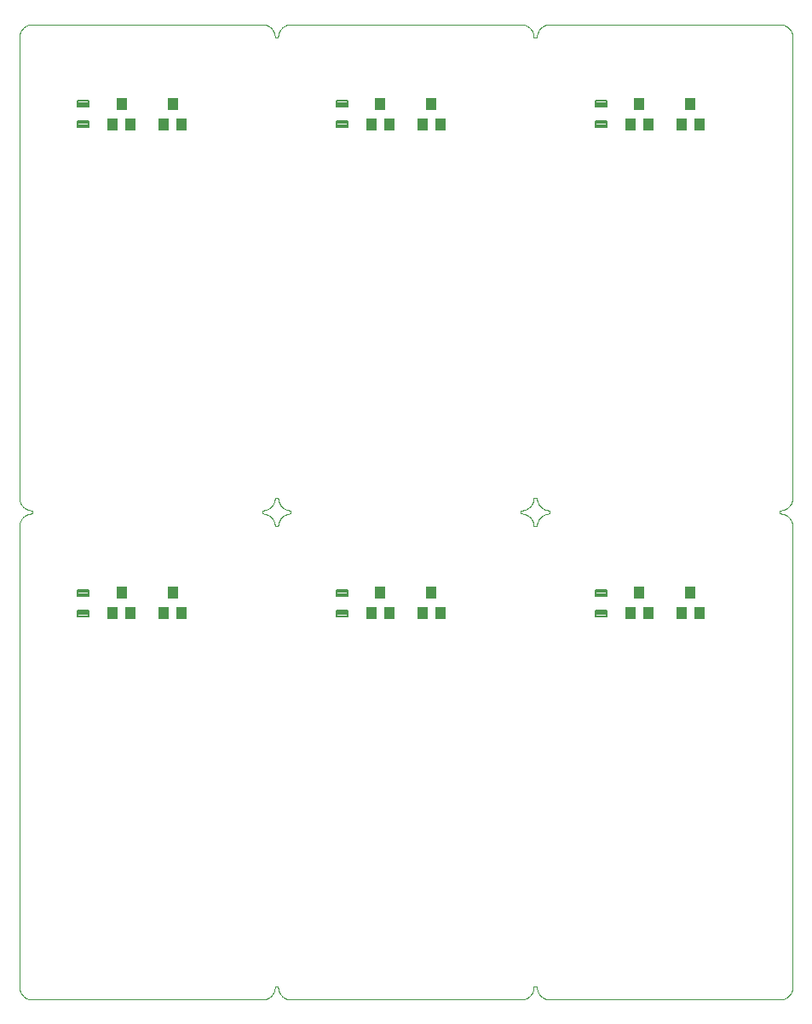
<source format=gtp>
G75*
%MOIN*%
%OFA0B0*%
%FSLAX25Y25*%
%IPPOS*%
%LPD*%
%AMOC8*
5,1,8,0,0,1.08239X$1,22.5*
%
%ADD10C,0.00000*%
%ADD11R,0.04000X0.04500*%
%ADD12C,0.00787*%
D10*
X0077595Y0048933D02*
X0077595Y0228933D01*
X0077597Y0229073D01*
X0077603Y0229213D01*
X0077613Y0229353D01*
X0077626Y0229493D01*
X0077644Y0229632D01*
X0077666Y0229771D01*
X0077691Y0229908D01*
X0077720Y0230046D01*
X0077753Y0230182D01*
X0077790Y0230317D01*
X0077831Y0230451D01*
X0077876Y0230584D01*
X0077924Y0230716D01*
X0077976Y0230846D01*
X0078031Y0230975D01*
X0078090Y0231102D01*
X0078153Y0231228D01*
X0078219Y0231352D01*
X0078288Y0231473D01*
X0078361Y0231593D01*
X0078438Y0231711D01*
X0078517Y0231826D01*
X0078600Y0231940D01*
X0078686Y0232050D01*
X0078775Y0232159D01*
X0078867Y0232265D01*
X0078962Y0232368D01*
X0079059Y0232469D01*
X0079160Y0232566D01*
X0079263Y0232661D01*
X0079369Y0232753D01*
X0079478Y0232842D01*
X0079588Y0232928D01*
X0079702Y0233011D01*
X0079817Y0233090D01*
X0079935Y0233167D01*
X0080055Y0233240D01*
X0080176Y0233309D01*
X0080300Y0233375D01*
X0080426Y0233438D01*
X0080553Y0233497D01*
X0080682Y0233552D01*
X0080812Y0233604D01*
X0080944Y0233652D01*
X0081077Y0233697D01*
X0081211Y0233738D01*
X0081346Y0233775D01*
X0081482Y0233808D01*
X0081620Y0233837D01*
X0081757Y0233862D01*
X0081896Y0233884D01*
X0082035Y0233902D01*
X0082175Y0233915D01*
X0082315Y0233925D01*
X0082455Y0233931D01*
X0082595Y0233933D01*
X0082595Y0235183D01*
X0082455Y0235185D01*
X0082315Y0235191D01*
X0082175Y0235201D01*
X0082035Y0235214D01*
X0081896Y0235232D01*
X0081757Y0235254D01*
X0081620Y0235279D01*
X0081482Y0235308D01*
X0081346Y0235341D01*
X0081211Y0235378D01*
X0081077Y0235419D01*
X0080944Y0235464D01*
X0080812Y0235512D01*
X0080682Y0235564D01*
X0080553Y0235619D01*
X0080426Y0235678D01*
X0080300Y0235741D01*
X0080176Y0235807D01*
X0080055Y0235876D01*
X0079935Y0235949D01*
X0079817Y0236026D01*
X0079702Y0236105D01*
X0079588Y0236188D01*
X0079478Y0236274D01*
X0079369Y0236363D01*
X0079263Y0236455D01*
X0079160Y0236550D01*
X0079059Y0236647D01*
X0078962Y0236748D01*
X0078867Y0236851D01*
X0078775Y0236957D01*
X0078686Y0237066D01*
X0078600Y0237176D01*
X0078517Y0237290D01*
X0078438Y0237405D01*
X0078361Y0237523D01*
X0078288Y0237643D01*
X0078219Y0237764D01*
X0078153Y0237888D01*
X0078090Y0238014D01*
X0078031Y0238141D01*
X0077976Y0238270D01*
X0077924Y0238400D01*
X0077876Y0238532D01*
X0077831Y0238665D01*
X0077790Y0238799D01*
X0077753Y0238934D01*
X0077720Y0239070D01*
X0077691Y0239208D01*
X0077666Y0239345D01*
X0077644Y0239484D01*
X0077626Y0239623D01*
X0077613Y0239763D01*
X0077603Y0239903D01*
X0077597Y0240043D01*
X0077595Y0240183D01*
X0077595Y0420183D01*
X0077597Y0420323D01*
X0077603Y0420463D01*
X0077613Y0420603D01*
X0077626Y0420743D01*
X0077644Y0420882D01*
X0077666Y0421021D01*
X0077691Y0421158D01*
X0077720Y0421296D01*
X0077753Y0421432D01*
X0077790Y0421567D01*
X0077831Y0421701D01*
X0077876Y0421834D01*
X0077924Y0421966D01*
X0077976Y0422096D01*
X0078031Y0422225D01*
X0078090Y0422352D01*
X0078153Y0422478D01*
X0078219Y0422602D01*
X0078288Y0422723D01*
X0078361Y0422843D01*
X0078438Y0422961D01*
X0078517Y0423076D01*
X0078600Y0423190D01*
X0078686Y0423300D01*
X0078775Y0423409D01*
X0078867Y0423515D01*
X0078962Y0423618D01*
X0079059Y0423719D01*
X0079160Y0423816D01*
X0079263Y0423911D01*
X0079369Y0424003D01*
X0079478Y0424092D01*
X0079588Y0424178D01*
X0079702Y0424261D01*
X0079817Y0424340D01*
X0079935Y0424417D01*
X0080055Y0424490D01*
X0080176Y0424559D01*
X0080300Y0424625D01*
X0080426Y0424688D01*
X0080553Y0424747D01*
X0080682Y0424802D01*
X0080812Y0424854D01*
X0080944Y0424902D01*
X0081077Y0424947D01*
X0081211Y0424988D01*
X0081346Y0425025D01*
X0081482Y0425058D01*
X0081620Y0425087D01*
X0081757Y0425112D01*
X0081896Y0425134D01*
X0082035Y0425152D01*
X0082175Y0425165D01*
X0082315Y0425175D01*
X0082455Y0425181D01*
X0082595Y0425183D01*
X0172595Y0425183D01*
X0172735Y0425181D01*
X0172875Y0425175D01*
X0173015Y0425165D01*
X0173155Y0425152D01*
X0173294Y0425134D01*
X0173433Y0425112D01*
X0173570Y0425087D01*
X0173708Y0425058D01*
X0173844Y0425025D01*
X0173979Y0424988D01*
X0174113Y0424947D01*
X0174246Y0424902D01*
X0174378Y0424854D01*
X0174508Y0424802D01*
X0174637Y0424747D01*
X0174764Y0424688D01*
X0174890Y0424625D01*
X0175014Y0424559D01*
X0175135Y0424490D01*
X0175255Y0424417D01*
X0175373Y0424340D01*
X0175488Y0424261D01*
X0175602Y0424178D01*
X0175712Y0424092D01*
X0175821Y0424003D01*
X0175927Y0423911D01*
X0176030Y0423816D01*
X0176131Y0423719D01*
X0176228Y0423618D01*
X0176323Y0423515D01*
X0176415Y0423409D01*
X0176504Y0423300D01*
X0176590Y0423190D01*
X0176673Y0423076D01*
X0176752Y0422961D01*
X0176829Y0422843D01*
X0176902Y0422723D01*
X0176971Y0422602D01*
X0177037Y0422478D01*
X0177100Y0422352D01*
X0177159Y0422225D01*
X0177214Y0422096D01*
X0177266Y0421966D01*
X0177314Y0421834D01*
X0177359Y0421701D01*
X0177400Y0421567D01*
X0177437Y0421432D01*
X0177470Y0421296D01*
X0177499Y0421158D01*
X0177524Y0421021D01*
X0177546Y0420882D01*
X0177564Y0420743D01*
X0177577Y0420603D01*
X0177587Y0420463D01*
X0177593Y0420323D01*
X0177595Y0420183D01*
X0178845Y0420183D01*
X0178847Y0420323D01*
X0178853Y0420463D01*
X0178863Y0420603D01*
X0178876Y0420743D01*
X0178894Y0420882D01*
X0178916Y0421021D01*
X0178941Y0421158D01*
X0178970Y0421296D01*
X0179003Y0421432D01*
X0179040Y0421567D01*
X0179081Y0421701D01*
X0179126Y0421834D01*
X0179174Y0421966D01*
X0179226Y0422096D01*
X0179281Y0422225D01*
X0179340Y0422352D01*
X0179403Y0422478D01*
X0179469Y0422602D01*
X0179538Y0422723D01*
X0179611Y0422843D01*
X0179688Y0422961D01*
X0179767Y0423076D01*
X0179850Y0423190D01*
X0179936Y0423300D01*
X0180025Y0423409D01*
X0180117Y0423515D01*
X0180212Y0423618D01*
X0180309Y0423719D01*
X0180410Y0423816D01*
X0180513Y0423911D01*
X0180619Y0424003D01*
X0180728Y0424092D01*
X0180838Y0424178D01*
X0180952Y0424261D01*
X0181067Y0424340D01*
X0181185Y0424417D01*
X0181305Y0424490D01*
X0181426Y0424559D01*
X0181550Y0424625D01*
X0181676Y0424688D01*
X0181803Y0424747D01*
X0181932Y0424802D01*
X0182062Y0424854D01*
X0182194Y0424902D01*
X0182327Y0424947D01*
X0182461Y0424988D01*
X0182596Y0425025D01*
X0182732Y0425058D01*
X0182870Y0425087D01*
X0183007Y0425112D01*
X0183146Y0425134D01*
X0183285Y0425152D01*
X0183425Y0425165D01*
X0183565Y0425175D01*
X0183705Y0425181D01*
X0183845Y0425183D01*
X0273845Y0425183D01*
X0273985Y0425181D01*
X0274125Y0425175D01*
X0274265Y0425165D01*
X0274405Y0425152D01*
X0274544Y0425134D01*
X0274683Y0425112D01*
X0274820Y0425087D01*
X0274958Y0425058D01*
X0275094Y0425025D01*
X0275229Y0424988D01*
X0275363Y0424947D01*
X0275496Y0424902D01*
X0275628Y0424854D01*
X0275758Y0424802D01*
X0275887Y0424747D01*
X0276014Y0424688D01*
X0276140Y0424625D01*
X0276264Y0424559D01*
X0276385Y0424490D01*
X0276505Y0424417D01*
X0276623Y0424340D01*
X0276738Y0424261D01*
X0276852Y0424178D01*
X0276962Y0424092D01*
X0277071Y0424003D01*
X0277177Y0423911D01*
X0277280Y0423816D01*
X0277381Y0423719D01*
X0277478Y0423618D01*
X0277573Y0423515D01*
X0277665Y0423409D01*
X0277754Y0423300D01*
X0277840Y0423190D01*
X0277923Y0423076D01*
X0278002Y0422961D01*
X0278079Y0422843D01*
X0278152Y0422723D01*
X0278221Y0422602D01*
X0278287Y0422478D01*
X0278350Y0422352D01*
X0278409Y0422225D01*
X0278464Y0422096D01*
X0278516Y0421966D01*
X0278564Y0421834D01*
X0278609Y0421701D01*
X0278650Y0421567D01*
X0278687Y0421432D01*
X0278720Y0421296D01*
X0278749Y0421158D01*
X0278774Y0421021D01*
X0278796Y0420882D01*
X0278814Y0420743D01*
X0278827Y0420603D01*
X0278837Y0420463D01*
X0278843Y0420323D01*
X0278845Y0420183D01*
X0280095Y0420183D01*
X0280097Y0420323D01*
X0280103Y0420463D01*
X0280113Y0420603D01*
X0280126Y0420743D01*
X0280144Y0420882D01*
X0280166Y0421021D01*
X0280191Y0421158D01*
X0280220Y0421296D01*
X0280253Y0421432D01*
X0280290Y0421567D01*
X0280331Y0421701D01*
X0280376Y0421834D01*
X0280424Y0421966D01*
X0280476Y0422096D01*
X0280531Y0422225D01*
X0280590Y0422352D01*
X0280653Y0422478D01*
X0280719Y0422602D01*
X0280788Y0422723D01*
X0280861Y0422843D01*
X0280938Y0422961D01*
X0281017Y0423076D01*
X0281100Y0423190D01*
X0281186Y0423300D01*
X0281275Y0423409D01*
X0281367Y0423515D01*
X0281462Y0423618D01*
X0281559Y0423719D01*
X0281660Y0423816D01*
X0281763Y0423911D01*
X0281869Y0424003D01*
X0281978Y0424092D01*
X0282088Y0424178D01*
X0282202Y0424261D01*
X0282317Y0424340D01*
X0282435Y0424417D01*
X0282555Y0424490D01*
X0282676Y0424559D01*
X0282800Y0424625D01*
X0282926Y0424688D01*
X0283053Y0424747D01*
X0283182Y0424802D01*
X0283312Y0424854D01*
X0283444Y0424902D01*
X0283577Y0424947D01*
X0283711Y0424988D01*
X0283846Y0425025D01*
X0283982Y0425058D01*
X0284120Y0425087D01*
X0284257Y0425112D01*
X0284396Y0425134D01*
X0284535Y0425152D01*
X0284675Y0425165D01*
X0284815Y0425175D01*
X0284955Y0425181D01*
X0285095Y0425183D01*
X0375095Y0425183D01*
X0375235Y0425181D01*
X0375375Y0425175D01*
X0375515Y0425165D01*
X0375655Y0425152D01*
X0375794Y0425134D01*
X0375933Y0425112D01*
X0376070Y0425087D01*
X0376208Y0425058D01*
X0376344Y0425025D01*
X0376479Y0424988D01*
X0376613Y0424947D01*
X0376746Y0424902D01*
X0376878Y0424854D01*
X0377008Y0424802D01*
X0377137Y0424747D01*
X0377264Y0424688D01*
X0377390Y0424625D01*
X0377514Y0424559D01*
X0377635Y0424490D01*
X0377755Y0424417D01*
X0377873Y0424340D01*
X0377988Y0424261D01*
X0378102Y0424178D01*
X0378212Y0424092D01*
X0378321Y0424003D01*
X0378427Y0423911D01*
X0378530Y0423816D01*
X0378631Y0423719D01*
X0378728Y0423618D01*
X0378823Y0423515D01*
X0378915Y0423409D01*
X0379004Y0423300D01*
X0379090Y0423190D01*
X0379173Y0423076D01*
X0379252Y0422961D01*
X0379329Y0422843D01*
X0379402Y0422723D01*
X0379471Y0422602D01*
X0379537Y0422478D01*
X0379600Y0422352D01*
X0379659Y0422225D01*
X0379714Y0422096D01*
X0379766Y0421966D01*
X0379814Y0421834D01*
X0379859Y0421701D01*
X0379900Y0421567D01*
X0379937Y0421432D01*
X0379970Y0421296D01*
X0379999Y0421158D01*
X0380024Y0421021D01*
X0380046Y0420882D01*
X0380064Y0420743D01*
X0380077Y0420603D01*
X0380087Y0420463D01*
X0380093Y0420323D01*
X0380095Y0420183D01*
X0380095Y0240183D01*
X0380093Y0240043D01*
X0380087Y0239903D01*
X0380077Y0239763D01*
X0380064Y0239623D01*
X0380046Y0239484D01*
X0380024Y0239345D01*
X0379999Y0239208D01*
X0379970Y0239070D01*
X0379937Y0238934D01*
X0379900Y0238799D01*
X0379859Y0238665D01*
X0379814Y0238532D01*
X0379766Y0238400D01*
X0379714Y0238270D01*
X0379659Y0238141D01*
X0379600Y0238014D01*
X0379537Y0237888D01*
X0379471Y0237764D01*
X0379402Y0237643D01*
X0379329Y0237523D01*
X0379252Y0237405D01*
X0379173Y0237290D01*
X0379090Y0237176D01*
X0379004Y0237066D01*
X0378915Y0236957D01*
X0378823Y0236851D01*
X0378728Y0236748D01*
X0378631Y0236647D01*
X0378530Y0236550D01*
X0378427Y0236455D01*
X0378321Y0236363D01*
X0378212Y0236274D01*
X0378102Y0236188D01*
X0377988Y0236105D01*
X0377873Y0236026D01*
X0377755Y0235949D01*
X0377635Y0235876D01*
X0377514Y0235807D01*
X0377390Y0235741D01*
X0377264Y0235678D01*
X0377137Y0235619D01*
X0377008Y0235564D01*
X0376878Y0235512D01*
X0376746Y0235464D01*
X0376613Y0235419D01*
X0376479Y0235378D01*
X0376344Y0235341D01*
X0376208Y0235308D01*
X0376070Y0235279D01*
X0375933Y0235254D01*
X0375794Y0235232D01*
X0375655Y0235214D01*
X0375515Y0235201D01*
X0375375Y0235191D01*
X0375235Y0235185D01*
X0375095Y0235183D01*
X0375095Y0233933D01*
X0375235Y0233931D01*
X0375375Y0233925D01*
X0375515Y0233915D01*
X0375655Y0233902D01*
X0375794Y0233884D01*
X0375933Y0233862D01*
X0376070Y0233837D01*
X0376208Y0233808D01*
X0376344Y0233775D01*
X0376479Y0233738D01*
X0376613Y0233697D01*
X0376746Y0233652D01*
X0376878Y0233604D01*
X0377008Y0233552D01*
X0377137Y0233497D01*
X0377264Y0233438D01*
X0377390Y0233375D01*
X0377514Y0233309D01*
X0377635Y0233240D01*
X0377755Y0233167D01*
X0377873Y0233090D01*
X0377988Y0233011D01*
X0378102Y0232928D01*
X0378212Y0232842D01*
X0378321Y0232753D01*
X0378427Y0232661D01*
X0378530Y0232566D01*
X0378631Y0232469D01*
X0378728Y0232368D01*
X0378823Y0232265D01*
X0378915Y0232159D01*
X0379004Y0232050D01*
X0379090Y0231940D01*
X0379173Y0231826D01*
X0379252Y0231711D01*
X0379329Y0231593D01*
X0379402Y0231473D01*
X0379471Y0231352D01*
X0379537Y0231228D01*
X0379600Y0231102D01*
X0379659Y0230975D01*
X0379714Y0230846D01*
X0379766Y0230716D01*
X0379814Y0230584D01*
X0379859Y0230451D01*
X0379900Y0230317D01*
X0379937Y0230182D01*
X0379970Y0230046D01*
X0379999Y0229908D01*
X0380024Y0229771D01*
X0380046Y0229632D01*
X0380064Y0229493D01*
X0380077Y0229353D01*
X0380087Y0229213D01*
X0380093Y0229073D01*
X0380095Y0228933D01*
X0380095Y0048933D01*
X0380093Y0048793D01*
X0380087Y0048653D01*
X0380077Y0048513D01*
X0380064Y0048373D01*
X0380046Y0048234D01*
X0380024Y0048095D01*
X0379999Y0047958D01*
X0379970Y0047820D01*
X0379937Y0047684D01*
X0379900Y0047549D01*
X0379859Y0047415D01*
X0379814Y0047282D01*
X0379766Y0047150D01*
X0379714Y0047020D01*
X0379659Y0046891D01*
X0379600Y0046764D01*
X0379537Y0046638D01*
X0379471Y0046514D01*
X0379402Y0046393D01*
X0379329Y0046273D01*
X0379252Y0046155D01*
X0379173Y0046040D01*
X0379090Y0045926D01*
X0379004Y0045816D01*
X0378915Y0045707D01*
X0378823Y0045601D01*
X0378728Y0045498D01*
X0378631Y0045397D01*
X0378530Y0045300D01*
X0378427Y0045205D01*
X0378321Y0045113D01*
X0378212Y0045024D01*
X0378102Y0044938D01*
X0377988Y0044855D01*
X0377873Y0044776D01*
X0377755Y0044699D01*
X0377635Y0044626D01*
X0377514Y0044557D01*
X0377390Y0044491D01*
X0377264Y0044428D01*
X0377137Y0044369D01*
X0377008Y0044314D01*
X0376878Y0044262D01*
X0376746Y0044214D01*
X0376613Y0044169D01*
X0376479Y0044128D01*
X0376344Y0044091D01*
X0376208Y0044058D01*
X0376070Y0044029D01*
X0375933Y0044004D01*
X0375794Y0043982D01*
X0375655Y0043964D01*
X0375515Y0043951D01*
X0375375Y0043941D01*
X0375235Y0043935D01*
X0375095Y0043933D01*
X0285095Y0043933D01*
X0284955Y0043935D01*
X0284815Y0043941D01*
X0284675Y0043951D01*
X0284535Y0043964D01*
X0284396Y0043982D01*
X0284257Y0044004D01*
X0284120Y0044029D01*
X0283982Y0044058D01*
X0283846Y0044091D01*
X0283711Y0044128D01*
X0283577Y0044169D01*
X0283444Y0044214D01*
X0283312Y0044262D01*
X0283182Y0044314D01*
X0283053Y0044369D01*
X0282926Y0044428D01*
X0282800Y0044491D01*
X0282676Y0044557D01*
X0282555Y0044626D01*
X0282435Y0044699D01*
X0282317Y0044776D01*
X0282202Y0044855D01*
X0282088Y0044938D01*
X0281978Y0045024D01*
X0281869Y0045113D01*
X0281763Y0045205D01*
X0281660Y0045300D01*
X0281559Y0045397D01*
X0281462Y0045498D01*
X0281367Y0045601D01*
X0281275Y0045707D01*
X0281186Y0045816D01*
X0281100Y0045926D01*
X0281017Y0046040D01*
X0280938Y0046155D01*
X0280861Y0046273D01*
X0280788Y0046393D01*
X0280719Y0046514D01*
X0280653Y0046638D01*
X0280590Y0046764D01*
X0280531Y0046891D01*
X0280476Y0047020D01*
X0280424Y0047150D01*
X0280376Y0047282D01*
X0280331Y0047415D01*
X0280290Y0047549D01*
X0280253Y0047684D01*
X0280220Y0047820D01*
X0280191Y0047958D01*
X0280166Y0048095D01*
X0280144Y0048234D01*
X0280126Y0048373D01*
X0280113Y0048513D01*
X0280103Y0048653D01*
X0280097Y0048793D01*
X0280095Y0048933D01*
X0278845Y0048933D01*
X0278843Y0048793D01*
X0278837Y0048653D01*
X0278827Y0048513D01*
X0278814Y0048373D01*
X0278796Y0048234D01*
X0278774Y0048095D01*
X0278749Y0047958D01*
X0278720Y0047820D01*
X0278687Y0047684D01*
X0278650Y0047549D01*
X0278609Y0047415D01*
X0278564Y0047282D01*
X0278516Y0047150D01*
X0278464Y0047020D01*
X0278409Y0046891D01*
X0278350Y0046764D01*
X0278287Y0046638D01*
X0278221Y0046514D01*
X0278152Y0046393D01*
X0278079Y0046273D01*
X0278002Y0046155D01*
X0277923Y0046040D01*
X0277840Y0045926D01*
X0277754Y0045816D01*
X0277665Y0045707D01*
X0277573Y0045601D01*
X0277478Y0045498D01*
X0277381Y0045397D01*
X0277280Y0045300D01*
X0277177Y0045205D01*
X0277071Y0045113D01*
X0276962Y0045024D01*
X0276852Y0044938D01*
X0276738Y0044855D01*
X0276623Y0044776D01*
X0276505Y0044699D01*
X0276385Y0044626D01*
X0276264Y0044557D01*
X0276140Y0044491D01*
X0276014Y0044428D01*
X0275887Y0044369D01*
X0275758Y0044314D01*
X0275628Y0044262D01*
X0275496Y0044214D01*
X0275363Y0044169D01*
X0275229Y0044128D01*
X0275094Y0044091D01*
X0274958Y0044058D01*
X0274820Y0044029D01*
X0274683Y0044004D01*
X0274544Y0043982D01*
X0274405Y0043964D01*
X0274265Y0043951D01*
X0274125Y0043941D01*
X0273985Y0043935D01*
X0273845Y0043933D01*
X0183845Y0043933D01*
X0183705Y0043935D01*
X0183565Y0043941D01*
X0183425Y0043951D01*
X0183285Y0043964D01*
X0183146Y0043982D01*
X0183007Y0044004D01*
X0182870Y0044029D01*
X0182732Y0044058D01*
X0182596Y0044091D01*
X0182461Y0044128D01*
X0182327Y0044169D01*
X0182194Y0044214D01*
X0182062Y0044262D01*
X0181932Y0044314D01*
X0181803Y0044369D01*
X0181676Y0044428D01*
X0181550Y0044491D01*
X0181426Y0044557D01*
X0181305Y0044626D01*
X0181185Y0044699D01*
X0181067Y0044776D01*
X0180952Y0044855D01*
X0180838Y0044938D01*
X0180728Y0045024D01*
X0180619Y0045113D01*
X0180513Y0045205D01*
X0180410Y0045300D01*
X0180309Y0045397D01*
X0180212Y0045498D01*
X0180117Y0045601D01*
X0180025Y0045707D01*
X0179936Y0045816D01*
X0179850Y0045926D01*
X0179767Y0046040D01*
X0179688Y0046155D01*
X0179611Y0046273D01*
X0179538Y0046393D01*
X0179469Y0046514D01*
X0179403Y0046638D01*
X0179340Y0046764D01*
X0179281Y0046891D01*
X0179226Y0047020D01*
X0179174Y0047150D01*
X0179126Y0047282D01*
X0179081Y0047415D01*
X0179040Y0047549D01*
X0179003Y0047684D01*
X0178970Y0047820D01*
X0178941Y0047958D01*
X0178916Y0048095D01*
X0178894Y0048234D01*
X0178876Y0048373D01*
X0178863Y0048513D01*
X0178853Y0048653D01*
X0178847Y0048793D01*
X0178845Y0048933D01*
X0177595Y0048933D01*
X0177593Y0048793D01*
X0177587Y0048653D01*
X0177577Y0048513D01*
X0177564Y0048373D01*
X0177546Y0048234D01*
X0177524Y0048095D01*
X0177499Y0047958D01*
X0177470Y0047820D01*
X0177437Y0047684D01*
X0177400Y0047549D01*
X0177359Y0047415D01*
X0177314Y0047282D01*
X0177266Y0047150D01*
X0177214Y0047020D01*
X0177159Y0046891D01*
X0177100Y0046764D01*
X0177037Y0046638D01*
X0176971Y0046514D01*
X0176902Y0046393D01*
X0176829Y0046273D01*
X0176752Y0046155D01*
X0176673Y0046040D01*
X0176590Y0045926D01*
X0176504Y0045816D01*
X0176415Y0045707D01*
X0176323Y0045601D01*
X0176228Y0045498D01*
X0176131Y0045397D01*
X0176030Y0045300D01*
X0175927Y0045205D01*
X0175821Y0045113D01*
X0175712Y0045024D01*
X0175602Y0044938D01*
X0175488Y0044855D01*
X0175373Y0044776D01*
X0175255Y0044699D01*
X0175135Y0044626D01*
X0175014Y0044557D01*
X0174890Y0044491D01*
X0174764Y0044428D01*
X0174637Y0044369D01*
X0174508Y0044314D01*
X0174378Y0044262D01*
X0174246Y0044214D01*
X0174113Y0044169D01*
X0173979Y0044128D01*
X0173844Y0044091D01*
X0173708Y0044058D01*
X0173570Y0044029D01*
X0173433Y0044004D01*
X0173294Y0043982D01*
X0173155Y0043964D01*
X0173015Y0043951D01*
X0172875Y0043941D01*
X0172735Y0043935D01*
X0172595Y0043933D01*
X0082595Y0043933D01*
X0082455Y0043935D01*
X0082315Y0043941D01*
X0082175Y0043951D01*
X0082035Y0043964D01*
X0081896Y0043982D01*
X0081757Y0044004D01*
X0081620Y0044029D01*
X0081482Y0044058D01*
X0081346Y0044091D01*
X0081211Y0044128D01*
X0081077Y0044169D01*
X0080944Y0044214D01*
X0080812Y0044262D01*
X0080682Y0044314D01*
X0080553Y0044369D01*
X0080426Y0044428D01*
X0080300Y0044491D01*
X0080176Y0044557D01*
X0080055Y0044626D01*
X0079935Y0044699D01*
X0079817Y0044776D01*
X0079702Y0044855D01*
X0079588Y0044938D01*
X0079478Y0045024D01*
X0079369Y0045113D01*
X0079263Y0045205D01*
X0079160Y0045300D01*
X0079059Y0045397D01*
X0078962Y0045498D01*
X0078867Y0045601D01*
X0078775Y0045707D01*
X0078686Y0045816D01*
X0078600Y0045926D01*
X0078517Y0046040D01*
X0078438Y0046155D01*
X0078361Y0046273D01*
X0078288Y0046393D01*
X0078219Y0046514D01*
X0078153Y0046638D01*
X0078090Y0046764D01*
X0078031Y0046891D01*
X0077976Y0047020D01*
X0077924Y0047150D01*
X0077876Y0047282D01*
X0077831Y0047415D01*
X0077790Y0047549D01*
X0077753Y0047684D01*
X0077720Y0047820D01*
X0077691Y0047958D01*
X0077666Y0048095D01*
X0077644Y0048234D01*
X0077626Y0048373D01*
X0077613Y0048513D01*
X0077603Y0048653D01*
X0077597Y0048793D01*
X0077595Y0048933D01*
X0177595Y0228933D02*
X0177593Y0229073D01*
X0177587Y0229213D01*
X0177577Y0229353D01*
X0177564Y0229493D01*
X0177546Y0229632D01*
X0177524Y0229771D01*
X0177499Y0229908D01*
X0177470Y0230046D01*
X0177437Y0230182D01*
X0177400Y0230317D01*
X0177359Y0230451D01*
X0177314Y0230584D01*
X0177266Y0230716D01*
X0177214Y0230846D01*
X0177159Y0230975D01*
X0177100Y0231102D01*
X0177037Y0231228D01*
X0176971Y0231352D01*
X0176902Y0231473D01*
X0176829Y0231593D01*
X0176752Y0231711D01*
X0176673Y0231826D01*
X0176590Y0231940D01*
X0176504Y0232050D01*
X0176415Y0232159D01*
X0176323Y0232265D01*
X0176228Y0232368D01*
X0176131Y0232469D01*
X0176030Y0232566D01*
X0175927Y0232661D01*
X0175821Y0232753D01*
X0175712Y0232842D01*
X0175602Y0232928D01*
X0175488Y0233011D01*
X0175373Y0233090D01*
X0175255Y0233167D01*
X0175135Y0233240D01*
X0175014Y0233309D01*
X0174890Y0233375D01*
X0174764Y0233438D01*
X0174637Y0233497D01*
X0174508Y0233552D01*
X0174378Y0233604D01*
X0174246Y0233652D01*
X0174113Y0233697D01*
X0173979Y0233738D01*
X0173844Y0233775D01*
X0173708Y0233808D01*
X0173570Y0233837D01*
X0173433Y0233862D01*
X0173294Y0233884D01*
X0173155Y0233902D01*
X0173015Y0233915D01*
X0172875Y0233925D01*
X0172735Y0233931D01*
X0172595Y0233933D01*
X0172595Y0235183D01*
X0172735Y0235185D01*
X0172875Y0235191D01*
X0173015Y0235201D01*
X0173155Y0235214D01*
X0173294Y0235232D01*
X0173433Y0235254D01*
X0173570Y0235279D01*
X0173708Y0235308D01*
X0173844Y0235341D01*
X0173979Y0235378D01*
X0174113Y0235419D01*
X0174246Y0235464D01*
X0174378Y0235512D01*
X0174508Y0235564D01*
X0174637Y0235619D01*
X0174764Y0235678D01*
X0174890Y0235741D01*
X0175014Y0235807D01*
X0175135Y0235876D01*
X0175255Y0235949D01*
X0175373Y0236026D01*
X0175488Y0236105D01*
X0175602Y0236188D01*
X0175712Y0236274D01*
X0175821Y0236363D01*
X0175927Y0236455D01*
X0176030Y0236550D01*
X0176131Y0236647D01*
X0176228Y0236748D01*
X0176323Y0236851D01*
X0176415Y0236957D01*
X0176504Y0237066D01*
X0176590Y0237176D01*
X0176673Y0237290D01*
X0176752Y0237405D01*
X0176829Y0237523D01*
X0176902Y0237643D01*
X0176971Y0237764D01*
X0177037Y0237888D01*
X0177100Y0238014D01*
X0177159Y0238141D01*
X0177214Y0238270D01*
X0177266Y0238400D01*
X0177314Y0238532D01*
X0177359Y0238665D01*
X0177400Y0238799D01*
X0177437Y0238934D01*
X0177470Y0239070D01*
X0177499Y0239208D01*
X0177524Y0239345D01*
X0177546Y0239484D01*
X0177564Y0239623D01*
X0177577Y0239763D01*
X0177587Y0239903D01*
X0177593Y0240043D01*
X0177595Y0240183D01*
X0178845Y0240183D01*
X0178847Y0240043D01*
X0178853Y0239903D01*
X0178863Y0239763D01*
X0178876Y0239623D01*
X0178894Y0239484D01*
X0178916Y0239345D01*
X0178941Y0239208D01*
X0178970Y0239070D01*
X0179003Y0238934D01*
X0179040Y0238799D01*
X0179081Y0238665D01*
X0179126Y0238532D01*
X0179174Y0238400D01*
X0179226Y0238270D01*
X0179281Y0238141D01*
X0179340Y0238014D01*
X0179403Y0237888D01*
X0179469Y0237764D01*
X0179538Y0237643D01*
X0179611Y0237523D01*
X0179688Y0237405D01*
X0179767Y0237290D01*
X0179850Y0237176D01*
X0179936Y0237066D01*
X0180025Y0236957D01*
X0180117Y0236851D01*
X0180212Y0236748D01*
X0180309Y0236647D01*
X0180410Y0236550D01*
X0180513Y0236455D01*
X0180619Y0236363D01*
X0180728Y0236274D01*
X0180838Y0236188D01*
X0180952Y0236105D01*
X0181067Y0236026D01*
X0181185Y0235949D01*
X0181305Y0235876D01*
X0181426Y0235807D01*
X0181550Y0235741D01*
X0181676Y0235678D01*
X0181803Y0235619D01*
X0181932Y0235564D01*
X0182062Y0235512D01*
X0182194Y0235464D01*
X0182327Y0235419D01*
X0182461Y0235378D01*
X0182596Y0235341D01*
X0182732Y0235308D01*
X0182870Y0235279D01*
X0183007Y0235254D01*
X0183146Y0235232D01*
X0183285Y0235214D01*
X0183425Y0235201D01*
X0183565Y0235191D01*
X0183705Y0235185D01*
X0183845Y0235183D01*
X0183845Y0233933D01*
X0183705Y0233931D01*
X0183565Y0233925D01*
X0183425Y0233915D01*
X0183285Y0233902D01*
X0183146Y0233884D01*
X0183007Y0233862D01*
X0182870Y0233837D01*
X0182732Y0233808D01*
X0182596Y0233775D01*
X0182461Y0233738D01*
X0182327Y0233697D01*
X0182194Y0233652D01*
X0182062Y0233604D01*
X0181932Y0233552D01*
X0181803Y0233497D01*
X0181676Y0233438D01*
X0181550Y0233375D01*
X0181426Y0233309D01*
X0181305Y0233240D01*
X0181185Y0233167D01*
X0181067Y0233090D01*
X0180952Y0233011D01*
X0180838Y0232928D01*
X0180728Y0232842D01*
X0180619Y0232753D01*
X0180513Y0232661D01*
X0180410Y0232566D01*
X0180309Y0232469D01*
X0180212Y0232368D01*
X0180117Y0232265D01*
X0180025Y0232159D01*
X0179936Y0232050D01*
X0179850Y0231940D01*
X0179767Y0231826D01*
X0179688Y0231711D01*
X0179611Y0231593D01*
X0179538Y0231473D01*
X0179469Y0231352D01*
X0179403Y0231228D01*
X0179340Y0231102D01*
X0179281Y0230975D01*
X0179226Y0230846D01*
X0179174Y0230716D01*
X0179126Y0230584D01*
X0179081Y0230451D01*
X0179040Y0230317D01*
X0179003Y0230182D01*
X0178970Y0230046D01*
X0178941Y0229908D01*
X0178916Y0229771D01*
X0178894Y0229632D01*
X0178876Y0229493D01*
X0178863Y0229353D01*
X0178853Y0229213D01*
X0178847Y0229073D01*
X0178845Y0228933D01*
X0177595Y0228933D01*
X0273845Y0233933D02*
X0273985Y0233931D01*
X0274125Y0233925D01*
X0274265Y0233915D01*
X0274405Y0233902D01*
X0274544Y0233884D01*
X0274683Y0233862D01*
X0274820Y0233837D01*
X0274958Y0233808D01*
X0275094Y0233775D01*
X0275229Y0233738D01*
X0275363Y0233697D01*
X0275496Y0233652D01*
X0275628Y0233604D01*
X0275758Y0233552D01*
X0275887Y0233497D01*
X0276014Y0233438D01*
X0276140Y0233375D01*
X0276264Y0233309D01*
X0276385Y0233240D01*
X0276505Y0233167D01*
X0276623Y0233090D01*
X0276738Y0233011D01*
X0276852Y0232928D01*
X0276962Y0232842D01*
X0277071Y0232753D01*
X0277177Y0232661D01*
X0277280Y0232566D01*
X0277381Y0232469D01*
X0277478Y0232368D01*
X0277573Y0232265D01*
X0277665Y0232159D01*
X0277754Y0232050D01*
X0277840Y0231940D01*
X0277923Y0231826D01*
X0278002Y0231711D01*
X0278079Y0231593D01*
X0278152Y0231473D01*
X0278221Y0231352D01*
X0278287Y0231228D01*
X0278350Y0231102D01*
X0278409Y0230975D01*
X0278464Y0230846D01*
X0278516Y0230716D01*
X0278564Y0230584D01*
X0278609Y0230451D01*
X0278650Y0230317D01*
X0278687Y0230182D01*
X0278720Y0230046D01*
X0278749Y0229908D01*
X0278774Y0229771D01*
X0278796Y0229632D01*
X0278814Y0229493D01*
X0278827Y0229353D01*
X0278837Y0229213D01*
X0278843Y0229073D01*
X0278845Y0228933D01*
X0280095Y0228933D01*
X0280097Y0229073D01*
X0280103Y0229213D01*
X0280113Y0229353D01*
X0280126Y0229493D01*
X0280144Y0229632D01*
X0280166Y0229771D01*
X0280191Y0229908D01*
X0280220Y0230046D01*
X0280253Y0230182D01*
X0280290Y0230317D01*
X0280331Y0230451D01*
X0280376Y0230584D01*
X0280424Y0230716D01*
X0280476Y0230846D01*
X0280531Y0230975D01*
X0280590Y0231102D01*
X0280653Y0231228D01*
X0280719Y0231352D01*
X0280788Y0231473D01*
X0280861Y0231593D01*
X0280938Y0231711D01*
X0281017Y0231826D01*
X0281100Y0231940D01*
X0281186Y0232050D01*
X0281275Y0232159D01*
X0281367Y0232265D01*
X0281462Y0232368D01*
X0281559Y0232469D01*
X0281660Y0232566D01*
X0281763Y0232661D01*
X0281869Y0232753D01*
X0281978Y0232842D01*
X0282088Y0232928D01*
X0282202Y0233011D01*
X0282317Y0233090D01*
X0282435Y0233167D01*
X0282555Y0233240D01*
X0282676Y0233309D01*
X0282800Y0233375D01*
X0282926Y0233438D01*
X0283053Y0233497D01*
X0283182Y0233552D01*
X0283312Y0233604D01*
X0283444Y0233652D01*
X0283577Y0233697D01*
X0283711Y0233738D01*
X0283846Y0233775D01*
X0283982Y0233808D01*
X0284120Y0233837D01*
X0284257Y0233862D01*
X0284396Y0233884D01*
X0284535Y0233902D01*
X0284675Y0233915D01*
X0284815Y0233925D01*
X0284955Y0233931D01*
X0285095Y0233933D01*
X0285095Y0235183D01*
X0284955Y0235185D01*
X0284815Y0235191D01*
X0284675Y0235201D01*
X0284535Y0235214D01*
X0284396Y0235232D01*
X0284257Y0235254D01*
X0284120Y0235279D01*
X0283982Y0235308D01*
X0283846Y0235341D01*
X0283711Y0235378D01*
X0283577Y0235419D01*
X0283444Y0235464D01*
X0283312Y0235512D01*
X0283182Y0235564D01*
X0283053Y0235619D01*
X0282926Y0235678D01*
X0282800Y0235741D01*
X0282676Y0235807D01*
X0282555Y0235876D01*
X0282435Y0235949D01*
X0282317Y0236026D01*
X0282202Y0236105D01*
X0282088Y0236188D01*
X0281978Y0236274D01*
X0281869Y0236363D01*
X0281763Y0236455D01*
X0281660Y0236550D01*
X0281559Y0236647D01*
X0281462Y0236748D01*
X0281367Y0236851D01*
X0281275Y0236957D01*
X0281186Y0237066D01*
X0281100Y0237176D01*
X0281017Y0237290D01*
X0280938Y0237405D01*
X0280861Y0237523D01*
X0280788Y0237643D01*
X0280719Y0237764D01*
X0280653Y0237888D01*
X0280590Y0238014D01*
X0280531Y0238141D01*
X0280476Y0238270D01*
X0280424Y0238400D01*
X0280376Y0238532D01*
X0280331Y0238665D01*
X0280290Y0238799D01*
X0280253Y0238934D01*
X0280220Y0239070D01*
X0280191Y0239208D01*
X0280166Y0239345D01*
X0280144Y0239484D01*
X0280126Y0239623D01*
X0280113Y0239763D01*
X0280103Y0239903D01*
X0280097Y0240043D01*
X0280095Y0240183D01*
X0278845Y0240183D01*
X0278843Y0240043D01*
X0278837Y0239903D01*
X0278827Y0239763D01*
X0278814Y0239623D01*
X0278796Y0239484D01*
X0278774Y0239345D01*
X0278749Y0239208D01*
X0278720Y0239070D01*
X0278687Y0238934D01*
X0278650Y0238799D01*
X0278609Y0238665D01*
X0278564Y0238532D01*
X0278516Y0238400D01*
X0278464Y0238270D01*
X0278409Y0238141D01*
X0278350Y0238014D01*
X0278287Y0237888D01*
X0278221Y0237764D01*
X0278152Y0237643D01*
X0278079Y0237523D01*
X0278002Y0237405D01*
X0277923Y0237290D01*
X0277840Y0237176D01*
X0277754Y0237066D01*
X0277665Y0236957D01*
X0277573Y0236851D01*
X0277478Y0236748D01*
X0277381Y0236647D01*
X0277280Y0236550D01*
X0277177Y0236455D01*
X0277071Y0236363D01*
X0276962Y0236274D01*
X0276852Y0236188D01*
X0276738Y0236105D01*
X0276623Y0236026D01*
X0276505Y0235949D01*
X0276385Y0235876D01*
X0276264Y0235807D01*
X0276140Y0235741D01*
X0276014Y0235678D01*
X0275887Y0235619D01*
X0275758Y0235564D01*
X0275628Y0235512D01*
X0275496Y0235464D01*
X0275363Y0235419D01*
X0275229Y0235378D01*
X0275094Y0235341D01*
X0274958Y0235308D01*
X0274820Y0235279D01*
X0274683Y0235254D01*
X0274544Y0235232D01*
X0274405Y0235214D01*
X0274265Y0235201D01*
X0274125Y0235191D01*
X0273985Y0235185D01*
X0273845Y0235183D01*
X0273845Y0233933D01*
D11*
X0238845Y0202933D03*
X0235345Y0194933D03*
X0242345Y0194933D03*
X0222345Y0194933D03*
X0215345Y0194933D03*
X0218845Y0202933D03*
X0141095Y0194933D03*
X0134095Y0194933D03*
X0137595Y0202933D03*
X0121095Y0194933D03*
X0117595Y0202933D03*
X0114095Y0194933D03*
X0114095Y0386183D03*
X0117595Y0394183D03*
X0121095Y0386183D03*
X0134095Y0386183D03*
X0141095Y0386183D03*
X0137595Y0394183D03*
X0215345Y0386183D03*
X0222345Y0386183D03*
X0218845Y0394183D03*
X0235345Y0386183D03*
X0238845Y0394183D03*
X0242345Y0386183D03*
X0316595Y0386183D03*
X0320095Y0394183D03*
X0323595Y0386183D03*
X0336595Y0386183D03*
X0340095Y0394183D03*
X0343595Y0386183D03*
X0340095Y0202933D03*
X0336595Y0194933D03*
X0343595Y0194933D03*
X0323595Y0194933D03*
X0320095Y0202933D03*
X0316595Y0194933D03*
D12*
X0302929Y0193814D02*
X0302929Y0196178D01*
X0307261Y0196178D01*
X0307261Y0193814D01*
X0302929Y0193814D01*
X0302929Y0194600D02*
X0307261Y0194600D01*
X0307261Y0195386D02*
X0302929Y0195386D01*
X0302929Y0196172D02*
X0307261Y0196172D01*
X0302929Y0201688D02*
X0302929Y0204052D01*
X0307261Y0204052D01*
X0307261Y0201688D01*
X0302929Y0201688D01*
X0302929Y0202474D02*
X0307261Y0202474D01*
X0307261Y0203260D02*
X0302929Y0203260D01*
X0302929Y0204046D02*
X0307261Y0204046D01*
X0201679Y0204052D02*
X0201679Y0201688D01*
X0201679Y0204052D02*
X0206011Y0204052D01*
X0206011Y0201688D01*
X0201679Y0201688D01*
X0201679Y0202474D02*
X0206011Y0202474D01*
X0206011Y0203260D02*
X0201679Y0203260D01*
X0201679Y0204046D02*
X0206011Y0204046D01*
X0201679Y0196178D02*
X0201679Y0193814D01*
X0201679Y0196178D02*
X0206011Y0196178D01*
X0206011Y0193814D01*
X0201679Y0193814D01*
X0201679Y0194600D02*
X0206011Y0194600D01*
X0206011Y0195386D02*
X0201679Y0195386D01*
X0201679Y0196172D02*
X0206011Y0196172D01*
X0100429Y0196178D02*
X0100429Y0193814D01*
X0100429Y0196178D02*
X0104761Y0196178D01*
X0104761Y0193814D01*
X0100429Y0193814D01*
X0100429Y0194600D02*
X0104761Y0194600D01*
X0104761Y0195386D02*
X0100429Y0195386D01*
X0100429Y0196172D02*
X0104761Y0196172D01*
X0100429Y0201688D02*
X0100429Y0204052D01*
X0104761Y0204052D01*
X0104761Y0201688D01*
X0100429Y0201688D01*
X0100429Y0202474D02*
X0104761Y0202474D01*
X0104761Y0203260D02*
X0100429Y0203260D01*
X0100429Y0204046D02*
X0104761Y0204046D01*
X0100429Y0385064D02*
X0100429Y0387428D01*
X0104761Y0387428D01*
X0104761Y0385064D01*
X0100429Y0385064D01*
X0100429Y0385850D02*
X0104761Y0385850D01*
X0104761Y0386636D02*
X0100429Y0386636D01*
X0100429Y0387422D02*
X0104761Y0387422D01*
X0100429Y0392938D02*
X0100429Y0395302D01*
X0104761Y0395302D01*
X0104761Y0392938D01*
X0100429Y0392938D01*
X0100429Y0393724D02*
X0104761Y0393724D01*
X0104761Y0394510D02*
X0100429Y0394510D01*
X0100429Y0395296D02*
X0104761Y0395296D01*
X0201679Y0395302D02*
X0201679Y0392938D01*
X0201679Y0395302D02*
X0206011Y0395302D01*
X0206011Y0392938D01*
X0201679Y0392938D01*
X0201679Y0393724D02*
X0206011Y0393724D01*
X0206011Y0394510D02*
X0201679Y0394510D01*
X0201679Y0395296D02*
X0206011Y0395296D01*
X0201679Y0387428D02*
X0201679Y0385064D01*
X0201679Y0387428D02*
X0206011Y0387428D01*
X0206011Y0385064D01*
X0201679Y0385064D01*
X0201679Y0385850D02*
X0206011Y0385850D01*
X0206011Y0386636D02*
X0201679Y0386636D01*
X0201679Y0387422D02*
X0206011Y0387422D01*
X0302929Y0387428D02*
X0302929Y0385064D01*
X0302929Y0387428D02*
X0307261Y0387428D01*
X0307261Y0385064D01*
X0302929Y0385064D01*
X0302929Y0385850D02*
X0307261Y0385850D01*
X0307261Y0386636D02*
X0302929Y0386636D01*
X0302929Y0387422D02*
X0307261Y0387422D01*
X0302929Y0392938D02*
X0302929Y0395302D01*
X0307261Y0395302D01*
X0307261Y0392938D01*
X0302929Y0392938D01*
X0302929Y0393724D02*
X0307261Y0393724D01*
X0307261Y0394510D02*
X0302929Y0394510D01*
X0302929Y0395296D02*
X0307261Y0395296D01*
M02*

</source>
